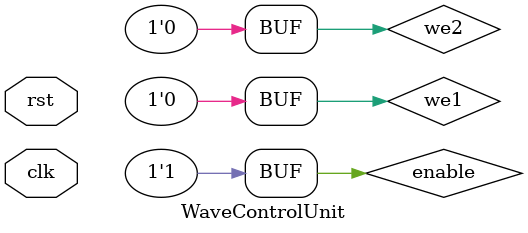
<source format=v>
`include "../src/dec.v"
`include "../src/insfetch.v"
`include "../src/fifo.v"
`include "../src/queuman.v"
`include "../src/timctrl.v"

module WaveControlUnit(clk, rst);

  input clk;
  input rst;

  wire [31:0] instr;
  wire [15:0] op;
  wire ff1, ff2, fe1, fe2, ft1, ft2, f01, f02, fu1, fu2;
  wire [7:0] pop1;
  wire [7:0] pop2;
  wire [7:0] trg_wd;
  reg we1, we2;
  wire re1, re2;
  reg enable;

  initial begin
    enable <= 1'd1;
    we1 <= 1'd0;
    we2 <= 1'd0;
  end

  InstrFetch instr_fetch(clk, rst, instr);
  InstrDec instr_dec(instr[31:28], op, enable);

  /*always @(posedge clk)
    case (instr[27])
      1'd0 : begin
        we1 <= 1'b1; we2 <= 1'b0;
      end

      1'd1 : begin
        we1 <= 1'b0; we2 <= 1'b1;
      end
    endcase
  end*/

  QueuManager man( clk, op[9:0], instr[7:0], trg_wd[7:0] );

  FifoMem fifo1(pop1[7:0], ff1, fe1, ft1, fo1, fu1, clk, !rst, !instr[27], re1, trg_wd[7:0]);
  FifoMem fifo2(pop2[7:0], ff2, fe2, ft2, fo2, fu2, clk, !rst, instr[27], re2, trg_wd[7:0]);
  //fifo fifo1(clk, rst, !instr[27], re1, trg_wd[7:0], fe1 , ff1, pop1[7:0]);
  //fifo fifo2(clk, rst, instr[27], re2, trg_wd[7:0], fe2 , ff2, pop2[7:0]);

  //$display("(1) Time %t Amplitude ", $realtime);
  //$display("(1) Time %t Amplitude ", $realtime);

  TimingControlUnit tcu1(clk, pop1[7:0], fe1, re1, rst);
  TimingControlUnit tcu2(clk, pop2[7:0], fe2, re2, rst);

endmodule

</source>
